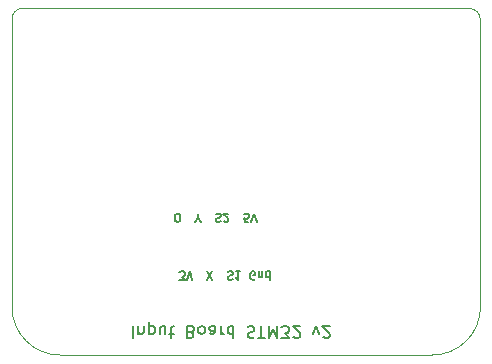
<source format=gbr>
G04 #@! TF.GenerationSoftware,KiCad,Pcbnew,(5.1.5)-3*
G04 #@! TF.CreationDate,2021-07-17T20:23:40-05:00*
G04 #@! TF.ProjectId,InputBoardSTM32,496e7075-7442-46f6-9172-6453544d3332,rev?*
G04 #@! TF.SameCoordinates,Original*
G04 #@! TF.FileFunction,Legend,Bot*
G04 #@! TF.FilePolarity,Positive*
%FSLAX46Y46*%
G04 Gerber Fmt 4.6, Leading zero omitted, Abs format (unit mm)*
G04 Created by KiCad (PCBNEW (5.1.5)-3) date 2021-07-17 20:23:40*
%MOMM*%
%LPD*%
G04 APERTURE LIST*
%ADD10C,0.050000*%
%ADD11C,0.175000*%
%ADD12C,0.187500*%
G04 APERTURE END LIST*
D10*
X171279873Y-85389743D02*
G75*
G02X172239940Y-86360000I-5095J-965162D01*
G01*
X132588000Y-86296602D02*
G75*
G02X133489685Y-85389720I901685J5182D01*
G01*
D11*
X146759200Y-108370333D02*
X147192533Y-108370333D01*
X146959200Y-108103666D01*
X147059200Y-108103666D01*
X147125866Y-108070333D01*
X147159200Y-108037000D01*
X147192533Y-107970333D01*
X147192533Y-107803666D01*
X147159200Y-107737000D01*
X147125866Y-107703666D01*
X147059200Y-107670333D01*
X146859200Y-107670333D01*
X146792533Y-107703666D01*
X146759200Y-107737000D01*
X147392533Y-108370333D02*
X147625866Y-107670333D01*
X147859200Y-108370333D01*
X149092533Y-108370333D02*
X149559200Y-107670333D01*
X149559200Y-108370333D02*
X149092533Y-107670333D01*
X150859200Y-107703666D02*
X150959200Y-107670333D01*
X151125866Y-107670333D01*
X151192533Y-107703666D01*
X151225866Y-107737000D01*
X151259200Y-107803666D01*
X151259200Y-107870333D01*
X151225866Y-107937000D01*
X151192533Y-107970333D01*
X151125866Y-108003666D01*
X150992533Y-108037000D01*
X150925866Y-108070333D01*
X150892533Y-108103666D01*
X150859200Y-108170333D01*
X150859200Y-108237000D01*
X150892533Y-108303666D01*
X150925866Y-108337000D01*
X150992533Y-108370333D01*
X151159200Y-108370333D01*
X151259200Y-108337000D01*
X151925866Y-107670333D02*
X151525866Y-107670333D01*
X151725866Y-107670333D02*
X151725866Y-108370333D01*
X151659200Y-108270333D01*
X151592533Y-108203666D01*
X151525866Y-108170333D01*
X153125866Y-108337000D02*
X153059200Y-108370333D01*
X152959200Y-108370333D01*
X152859200Y-108337000D01*
X152792533Y-108270333D01*
X152759200Y-108203666D01*
X152725866Y-108070333D01*
X152725866Y-107970333D01*
X152759200Y-107837000D01*
X152792533Y-107770333D01*
X152859200Y-107703666D01*
X152959200Y-107670333D01*
X153025866Y-107670333D01*
X153125866Y-107703666D01*
X153159200Y-107737000D01*
X153159200Y-107970333D01*
X153025866Y-107970333D01*
X153459200Y-108137000D02*
X153459200Y-107670333D01*
X153459200Y-108070333D02*
X153492533Y-108103666D01*
X153559200Y-108137000D01*
X153659200Y-108137000D01*
X153725866Y-108103666D01*
X153759200Y-108037000D01*
X153759200Y-107670333D01*
X154392533Y-107670333D02*
X154392533Y-108370333D01*
X154392533Y-107703666D02*
X154325866Y-107670333D01*
X154192533Y-107670333D01*
X154125866Y-107703666D01*
X154092533Y-107737000D01*
X154059200Y-107803666D01*
X154059200Y-108003666D01*
X154092533Y-108070333D01*
X154125866Y-108103666D01*
X154192533Y-108137000D01*
X154325866Y-108137000D01*
X154392533Y-108103666D01*
X146542533Y-103470333D02*
X146675866Y-103470333D01*
X146742533Y-103437000D01*
X146809200Y-103370333D01*
X146842533Y-103237000D01*
X146842533Y-103003666D01*
X146809200Y-102870333D01*
X146742533Y-102803666D01*
X146675866Y-102770333D01*
X146542533Y-102770333D01*
X146475866Y-102803666D01*
X146409200Y-102870333D01*
X146375866Y-103003666D01*
X146375866Y-103237000D01*
X146409200Y-103370333D01*
X146475866Y-103437000D01*
X146542533Y-103470333D01*
X148342533Y-103103666D02*
X148342533Y-102770333D01*
X148109200Y-103470333D02*
X148342533Y-103103666D01*
X148575866Y-103470333D01*
X149842533Y-102803666D02*
X149942533Y-102770333D01*
X150109200Y-102770333D01*
X150175866Y-102803666D01*
X150209200Y-102837000D01*
X150242533Y-102903666D01*
X150242533Y-102970333D01*
X150209200Y-103037000D01*
X150175866Y-103070333D01*
X150109200Y-103103666D01*
X149975866Y-103137000D01*
X149909200Y-103170333D01*
X149875866Y-103203666D01*
X149842533Y-103270333D01*
X149842533Y-103337000D01*
X149875866Y-103403666D01*
X149909200Y-103437000D01*
X149975866Y-103470333D01*
X150142533Y-103470333D01*
X150242533Y-103437000D01*
X150509200Y-103403666D02*
X150542533Y-103437000D01*
X150609200Y-103470333D01*
X150775866Y-103470333D01*
X150842533Y-103437000D01*
X150875866Y-103403666D01*
X150909200Y-103337000D01*
X150909200Y-103270333D01*
X150875866Y-103170333D01*
X150475866Y-102770333D01*
X150909200Y-102770333D01*
X152609200Y-103470333D02*
X152275866Y-103470333D01*
X152242533Y-103137000D01*
X152275866Y-103170333D01*
X152342533Y-103203666D01*
X152509200Y-103203666D01*
X152575866Y-103170333D01*
X152609200Y-103137000D01*
X152642533Y-103070333D01*
X152642533Y-102903666D01*
X152609200Y-102837000D01*
X152575866Y-102803666D01*
X152509200Y-102770333D01*
X152342533Y-102770333D01*
X152275866Y-102803666D01*
X152242533Y-102837000D01*
X152842533Y-103470333D02*
X153075866Y-102770333D01*
X153309200Y-103470333D01*
D12*
X142808476Y-112290380D02*
X142808476Y-113306380D01*
X143292285Y-112967714D02*
X143292285Y-112290380D01*
X143292285Y-112870952D02*
X143340666Y-112919333D01*
X143437428Y-112967714D01*
X143582571Y-112967714D01*
X143679333Y-112919333D01*
X143727714Y-112822571D01*
X143727714Y-112290380D01*
X144211523Y-112967714D02*
X144211523Y-111951714D01*
X144211523Y-112919333D02*
X144308285Y-112967714D01*
X144501809Y-112967714D01*
X144598571Y-112919333D01*
X144646952Y-112870952D01*
X144695333Y-112774190D01*
X144695333Y-112483904D01*
X144646952Y-112387142D01*
X144598571Y-112338761D01*
X144501809Y-112290380D01*
X144308285Y-112290380D01*
X144211523Y-112338761D01*
X145566190Y-112967714D02*
X145566190Y-112290380D01*
X145130761Y-112967714D02*
X145130761Y-112435523D01*
X145179142Y-112338761D01*
X145275904Y-112290380D01*
X145421047Y-112290380D01*
X145517809Y-112338761D01*
X145566190Y-112387142D01*
X145904857Y-112967714D02*
X146291904Y-112967714D01*
X146050000Y-113306380D02*
X146050000Y-112435523D01*
X146098380Y-112338761D01*
X146195142Y-112290380D01*
X146291904Y-112290380D01*
X147743333Y-112822571D02*
X147888476Y-112774190D01*
X147936857Y-112725809D01*
X147985238Y-112629047D01*
X147985238Y-112483904D01*
X147936857Y-112387142D01*
X147888476Y-112338761D01*
X147791714Y-112290380D01*
X147404666Y-112290380D01*
X147404666Y-113306380D01*
X147743333Y-113306380D01*
X147840095Y-113258000D01*
X147888476Y-113209619D01*
X147936857Y-113112857D01*
X147936857Y-113016095D01*
X147888476Y-112919333D01*
X147840095Y-112870952D01*
X147743333Y-112822571D01*
X147404666Y-112822571D01*
X148565809Y-112290380D02*
X148469047Y-112338761D01*
X148420666Y-112387142D01*
X148372285Y-112483904D01*
X148372285Y-112774190D01*
X148420666Y-112870952D01*
X148469047Y-112919333D01*
X148565809Y-112967714D01*
X148710952Y-112967714D01*
X148807714Y-112919333D01*
X148856095Y-112870952D01*
X148904476Y-112774190D01*
X148904476Y-112483904D01*
X148856095Y-112387142D01*
X148807714Y-112338761D01*
X148710952Y-112290380D01*
X148565809Y-112290380D01*
X149775333Y-112290380D02*
X149775333Y-112822571D01*
X149726952Y-112919333D01*
X149630190Y-112967714D01*
X149436666Y-112967714D01*
X149339904Y-112919333D01*
X149775333Y-112338761D02*
X149678571Y-112290380D01*
X149436666Y-112290380D01*
X149339904Y-112338761D01*
X149291523Y-112435523D01*
X149291523Y-112532285D01*
X149339904Y-112629047D01*
X149436666Y-112677428D01*
X149678571Y-112677428D01*
X149775333Y-112725809D01*
X150259142Y-112290380D02*
X150259142Y-112967714D01*
X150259142Y-112774190D02*
X150307523Y-112870952D01*
X150355904Y-112919333D01*
X150452666Y-112967714D01*
X150549428Y-112967714D01*
X151323523Y-112290380D02*
X151323523Y-113306380D01*
X151323523Y-112338761D02*
X151226761Y-112290380D01*
X151033238Y-112290380D01*
X150936476Y-112338761D01*
X150888095Y-112387142D01*
X150839714Y-112483904D01*
X150839714Y-112774190D01*
X150888095Y-112870952D01*
X150936476Y-112919333D01*
X151033238Y-112967714D01*
X151226761Y-112967714D01*
X151323523Y-112919333D01*
X152533047Y-112338761D02*
X152678190Y-112290380D01*
X152920095Y-112290380D01*
X153016857Y-112338761D01*
X153065238Y-112387142D01*
X153113619Y-112483904D01*
X153113619Y-112580666D01*
X153065238Y-112677428D01*
X153016857Y-112725809D01*
X152920095Y-112774190D01*
X152726571Y-112822571D01*
X152629809Y-112870952D01*
X152581428Y-112919333D01*
X152533047Y-113016095D01*
X152533047Y-113112857D01*
X152581428Y-113209619D01*
X152629809Y-113258000D01*
X152726571Y-113306380D01*
X152968476Y-113306380D01*
X153113619Y-113258000D01*
X153403904Y-113306380D02*
X153984476Y-113306380D01*
X153694190Y-112290380D02*
X153694190Y-113306380D01*
X154323142Y-112290380D02*
X154323142Y-113306380D01*
X154661809Y-112580666D01*
X155000476Y-113306380D01*
X155000476Y-112290380D01*
X155387523Y-113306380D02*
X156016476Y-113306380D01*
X155677809Y-112919333D01*
X155822952Y-112919333D01*
X155919714Y-112870952D01*
X155968095Y-112822571D01*
X156016476Y-112725809D01*
X156016476Y-112483904D01*
X155968095Y-112387142D01*
X155919714Y-112338761D01*
X155822952Y-112290380D01*
X155532666Y-112290380D01*
X155435904Y-112338761D01*
X155387523Y-112387142D01*
X156403523Y-113209619D02*
X156451904Y-113258000D01*
X156548666Y-113306380D01*
X156790571Y-113306380D01*
X156887333Y-113258000D01*
X156935714Y-113209619D01*
X156984095Y-113112857D01*
X156984095Y-113016095D01*
X156935714Y-112870952D01*
X156355142Y-112290380D01*
X156984095Y-112290380D01*
X158096857Y-112967714D02*
X158338761Y-112290380D01*
X158580666Y-112967714D01*
X158919333Y-113209619D02*
X158967714Y-113258000D01*
X159064476Y-113306380D01*
X159306380Y-113306380D01*
X159403142Y-113258000D01*
X159451523Y-113209619D01*
X159499904Y-113112857D01*
X159499904Y-113016095D01*
X159451523Y-112870952D01*
X158870952Y-112290380D01*
X159499904Y-112290380D01*
D10*
X132588000Y-110680500D02*
X132588000Y-86296602D01*
X136652000Y-114744500D02*
G75*
G02X132588000Y-110680500I0J4064000D01*
G01*
X168153080Y-114744500D02*
X136652000Y-114744500D01*
X172239940Y-86360000D02*
X172250164Y-110667800D01*
X172250164Y-110670340D02*
G75*
G02X168153080Y-114744500I-4074224J0D01*
G01*
X171279820Y-85389720D02*
X133489685Y-85389720D01*
M02*

</source>
